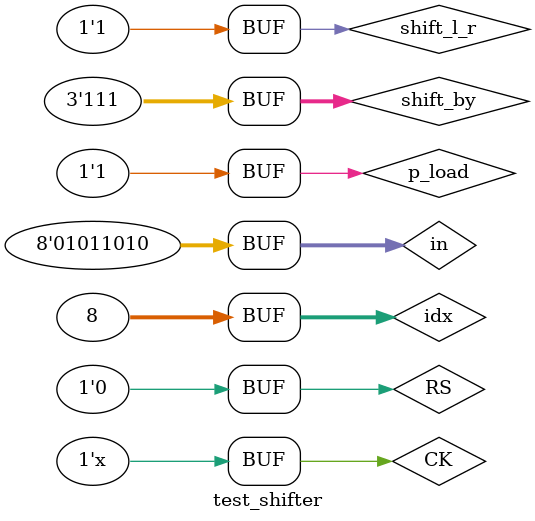
<source format=v>
module test_shifter();

reg RS, CK, shift_l_r, p_load;
reg [7:0]in;
reg [2:0] shift_by;
wire [7:0] out;
integer idx=0;
barrel_shiter dut(.in(in),.RS(RS),.CK(CK),.shift_l_r(shift_l_r),.p_load(p_load),.shift_by(shift_by),.out(out));

initial begin

RS=1'b0;
CK=1'b0;
in=8'b01011010;
p_load=1'b0;
shift_by=idx;
//shift left
shift_l_r=1'b0; //left
#2 RS=1'b1; p_load=1'b1;
#3 RS=1'b0;

for(idx=0;idx<=3'b111;idx=idx+1)
	#10 shift_by=idx;

#10 shift_by=3'b0;
shift_l_r=1'b1;


for(idx=0;idx<=3'b111;idx=idx+1)
	#10 shift_by=idx;

end
always #3 CK=~CK;
endmodule
</source>
